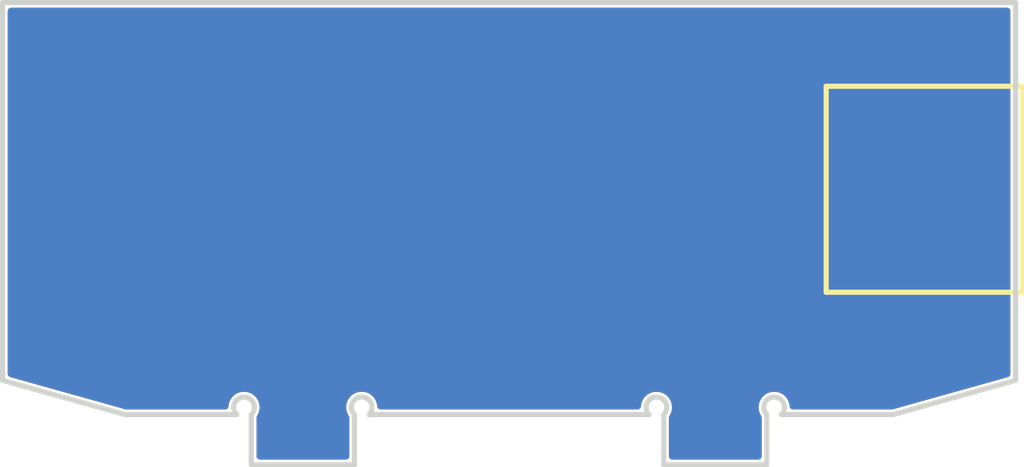
<source format=kicad_pcb>
(kicad_pcb (version 20211014) (generator pcbnew)

  (general
    (thickness 1.6)
  )

  (paper "A4")
  (layers
    (0 "F.Cu" signal)
    (31 "B.Cu" signal)
    (32 "B.Adhes" user "B.Adhesive")
    (33 "F.Adhes" user "F.Adhesive")
    (34 "B.Paste" user)
    (35 "F.Paste" user)
    (36 "B.SilkS" user "B.Silkscreen")
    (37 "F.SilkS" user "F.Silkscreen")
    (38 "B.Mask" user)
    (39 "F.Mask" user)
    (40 "Dwgs.User" user "User.Drawings")
    (41 "Cmts.User" user "User.Comments")
    (42 "Eco1.User" user "User.Eco1")
    (43 "Eco2.User" user "User.Eco2")
    (44 "Edge.Cuts" user)
    (45 "Margin" user)
    (46 "B.CrtYd" user "B.Courtyard")
    (47 "F.CrtYd" user "F.Courtyard")
    (48 "B.Fab" user)
    (49 "F.Fab" user)
    (50 "User.1" user)
    (51 "User.2" user)
    (52 "User.3" user)
    (53 "User.4" user)
    (54 "User.5" user)
    (55 "User.6" user)
    (56 "User.7" user)
    (57 "User.8" user)
    (58 "User.9" user)
  )

  (setup
    (pad_to_mask_clearance 0)
    (pcbplotparams
      (layerselection 0x00010fc_ffffffff)
      (disableapertmacros false)
      (usegerberextensions false)
      (usegerberattributes true)
      (usegerberadvancedattributes true)
      (creategerberjobfile true)
      (svguseinch false)
      (svgprecision 6)
      (excludeedgelayer true)
      (plotframeref false)
      (viasonmask false)
      (mode 1)
      (useauxorigin false)
      (hpglpennumber 1)
      (hpglpenspeed 20)
      (hpglpendiameter 15.000000)
      (dxfpolygonmode true)
      (dxfimperialunits true)
      (dxfusepcbnewfont true)
      (psnegative false)
      (psa4output false)
      (plotreference true)
      (plotvalue true)
      (plotinvisibletext false)
      (sketchpadsonfab false)
      (subtractmaskfromsilk false)
      (outputformat 1)
      (mirror false)
      (drillshape 1)
      (scaleselection 1)
      (outputdirectory "")
    )
  )

  (net 0 "")

  (gr_line (start 168.418 73.288) (end 168.418 65.288) (layer "F.SilkS") (width 0.2) (tstamp 0a0d974f-593e-4e92-92dc-3ea4670911e5))
  (gr_line (start 176.018 65.288) (end 176.018 73.288) (layer "F.SilkS") (width 0.2) (tstamp 0c2df1d4-9dfa-4b46-9065-4c124b9e3e31))
  (gr_line (start 176.018 73.288) (end 168.418 73.288) (layer "F.SilkS") (width 0.2) (tstamp c04ee8f4-6c3f-483f-bcb9-9061185bca48))
  (gr_line (start 168.418 65.288) (end 176.018 65.288) (layer "F.SilkS") (width 0.2) (tstamp d7a47e40-758c-48dd-bfba-194544dbbdd1))
  (gr_line (start 175.768 62.038) (end 136.468 62.038) (layer "Edge.Cuts") (width 0.2) (tstamp 1005b021-a5c7-43a9-90f2-c8d896b12e18))
  (gr_line (start 150.683685 78.038) (end 161.552315 78.038) (layer "Edge.Cuts") (width 0.2) (tstamp 1e307902-e669-4e8f-aec8-7ef8d4cd54a0))
  (gr_line (start 166.118 79.988) (end 166.118 78.038) (layer "Edge.Cuts") (width 0.2) (tstamp 2cfc43c4-b011-44ce-af77-cca193ca693c))
  (gr_line (start 150.118 79.988) (end 150.118 78.038) (layer "Edge.Cuts") (width 0.2) (tstamp 42e3f8dd-491d-45e9-980a-ce735007a200))
  (gr_arc (start 150.118 78.038) (mid 150.400842 77.355157) (end 150.683685 78.038) (layer "Edge.Cuts") (width 0.2) (tstamp 4674835d-5b50-4591-8cff-90dc26160ae7))
  (gr_line (start 171.018 78.038) (end 175.768 76.708) (layer "Edge.Cuts") (width 0.2) (tstamp 599bfd5f-67e9-4af1-ad3b-f3d8f181edec))
  (gr_line (start 141.218 78.038) (end 145.552315 78.038) (layer "Edge.Cuts") (width 0.2) (tstamp 5e8a191f-68f4-4e2d-af9b-a664ae5d9011))
  (gr_arc (start 161.552315 78.038) (mid 161.835158 77.355157) (end 162.118 78.038) (layer "Edge.Cuts") (width 0.2) (tstamp 6485c0c2-1f30-45c5-a92d-f2b2f3ae73b4))
  (gr_line (start 136.468 76.708) (end 141.218 78.038) (layer "Edge.Cuts") (width 0.2) (tstamp 7ab93b74-9d81-4d55-99ab-59497050edcc))
  (gr_line (start 166.683685 78.038) (end 171.018 78.038) (layer "Edge.Cuts") (width 0.2) (tstamp 808b07df-9498-467a-af89-7c5466790a28))
  (gr_arc (start 166.118 78.038) (mid 166.400842 77.355157) (end 166.683685 78.038) (layer "Edge.Cuts") (width 0.2) (tstamp 8f01e77a-289a-4e7c-be6f-4e1a9fcf2f42))
  (gr_line (start 175.768 76.708) (end 175.768 62.038) (layer "Edge.Cuts") (width 0.2) (tstamp ac62b065-4e17-4852-8c33-1b9324a7dba1))
  (gr_line (start 146.118 79.988) (end 150.118 79.988) (layer "Edge.Cuts") (width 0.2) (tstamp b0dddefc-8afa-4c2f-98c0-531c317ca71d))
  (gr_line (start 162.118 79.988) (end 166.118 79.988) (layer "Edge.Cuts") (width 0.2) (tstamp c6e75691-4531-48e1-a312-9691af5d6424))
  (gr_line (start 146.118 78.038) (end 146.118 79.988) (layer "Edge.Cuts") (width 0.2) (tstamp cf5a9b89-7a1b-49dc-a2d5-0a3c6b91876a))
  (gr_arc (start 145.552315 78.038) (mid 145.835157 77.355157) (end 146.118 78.038) (layer "Edge.Cuts") (width 0.2) (tstamp d9b0fef2-77fe-4c2a-bb7a-f22b6787cf68))
  (gr_line (start 136.468 62.038) (end 136.468 76.708) (layer "Edge.Cuts") (width 0.2) (tstamp db2d4753-1c2f-43d0-a4a1-051260d990e1))
  (gr_line (start 162.118 78.038) (end 162.118 79.988) (layer "Edge.Cuts") (width 0.2) (tstamp fba73666-0e74-426c-8735-fd292d56efc0))

  (zone (net 0) (net_name "") (layers F&B.Cu) (tstamp 735fd46b-5cb4-4e5d-8710-21dc81bfaa4d) (name "GND") (hatch edge 0.508)
    (connect_pads yes (clearance 0.2))
    (min_thickness 0.254) (filled_areas_thickness no)
    (fill yes (thermal_gap 0.508) (thermal_bridge_width 0.508))
    (polygon
      (pts
        (arc (start 146.118 78.038) (mid 145.835157 77.355157) (end 145.552315 78.038))
        (xy 141.218 78.038)
        (xy 136.468 76.708)
        (xy 136.468 62.038)
        (xy 175.768 62.038)
        (xy 175.768 76.708)
        (xy 171.018 78.038)
        (arc (start 166.683685 78.038) (mid 166.400843 77.355157) (end 166.118 78.038))
        (xy 166.118 79.988)
        (xy 162.118 79.988)
        (arc (start 162.118 78.038) (mid 161.835158 77.355157) (end 161.552315 78.038))
        (arc (start 150.683685 78.038) (mid 150.400842 77.355157) (end 150.118 78.038))
        (xy 150.118 79.988)
        (xy 146.118 79.988)
      )
    )
    (filled_polygon
      (layer "F.Cu")
      (island)
      (pts
        (xy 175.509621 62.258502)
        (xy 175.556114 62.312158)
        (xy 175.5675 62.3645)
        (xy 175.5675 76.460364)
        (xy 175.547498 76.528485)
        (xy 175.493842 76.574978)
        (xy 175.475478 76.581695)
        (xy 171.011877 77.831503)
        (xy 171.007127 77.832833)
        (xy 170.973154 77.8375)
        (xy 167.126341 77.8375)
        (xy 167.05822 77.817498)
        (xy 167.011727 77.763842)
        (xy 167.000771 77.721905)
        (xy 166.99388 77.638741)
        (xy 166.99388 77.638739)
        (xy 166.993234 77.630947)
        (xy 166.987447 77.614089)
        (xy 166.947155 77.496722)
        (xy 166.947154 77.49672)
        (xy 166.944615 77.489324)
        (xy 166.862718 77.36397)
        (xy 166.752554 77.262557)
        (xy 166.620865 77.19129)
        (xy 166.613282 77.18937)
        (xy 166.61328 77.189369)
        (xy 166.548288 77.172911)
        (xy 166.475711 77.154532)
        (xy 166.325976 77.154532)
        (xy 166.180822 77.19129)
        (xy 166.049133 77.262556)
        (xy 165.938969 77.363969)
        (xy 165.857071 77.489323)
        (xy 165.808452 77.630945)
        (xy 165.796087 77.78017)
        (xy 165.820733 77.927863)
        (xy 165.83908 77.969689)
        (xy 165.877738 78.057823)
        (xy 165.87774 78.057827)
        (xy 165.880881 78.064987)
        (xy 165.886549 78.072269)
        (xy 165.890933 78.077902)
        (xy 165.916988 78.143945)
        (xy 165.9175 78.155291)
        (xy 165.9175 79.6615)
        (xy 165.897498 79.729621)
        (xy 165.843842 79.776114)
        (xy 165.7915 79.7875)
        (xy 162.4445 79.7875)
        (xy 162.376379 79.767498)
        (xy 162.329886 79.713842)
        (xy 162.3185 79.6615)
        (xy 162.3185 78.155292)
        (xy 162.338502 78.087171)
        (xy 162.345061 78.077912)
        (xy 162.35512 78.064988)
        (xy 162.415268 77.927864)
        (xy 162.439914 77.780171)
        (xy 162.427549 77.630947)
        (xy 162.421762 77.614089)
        (xy 162.38147 77.496722)
        (xy 162.381469 77.49672)
        (xy 162.37893 77.489324)
        (xy 162.297033 77.36397)
        (xy 162.186869 77.262557)
        (xy 162.05518 77.19129)
        (xy 162.047597 77.18937)
        (xy 162.047595 77.189369)
        (xy 161.982603 77.172911)
        (xy 161.910026 77.154532)
        (xy 161.760291 77.154532)
        (xy 161.615137 77.19129)
        (xy 161.483448 77.262556)
        (xy 161.373284 77.363969)
        (xy 161.291386 77.489323)
        (xy 161.242767 77.630945)
        (xy 161.242121 77.638738)
        (xy 161.242121 77.638739)
        (xy 161.23523 77.721905)
        (xy 161.209671 77.788141)
        (xy 161.152359 77.830044)
        (xy 161.10966 77.8375)
        (xy 151.126341 77.8375)
        (xy 151.05822 77.817498)
        (xy 151.011727 77.763842)
        (xy 151.000771 77.721905)
        (xy 150.99388 77.638741)
        (xy 150.99388 77.638739)
        (xy 150.993234 77.630947)
        (xy 150.987447 77.614089)
        (xy 150.947155 77.496722)
        (xy 150.947154 77.49672)
        (xy 150.944615 77.489324)
        (xy 150.862718 77.36397)
        (xy 150.752554 77.262557)
        (xy 150.620865 77.19129)
        (xy 150.613282 77.18937)
        (xy 150.61328 77.189369)
        (xy 150.548288 77.172911)
        (xy 150.475711 77.154532)
        (xy 150.325976 77.154532)
        (xy 150.180822 77.19129)
        (xy 150.049133 77.262556)
        (xy 149.938969 77.363969)
        (xy 149.857071 77.489323)
        (xy 149.808452 77.630945)
        (xy 149.796087 77.78017)
        (xy 149.820733 77.927863)
        (xy 149.83908 77.969689)
        (xy 149.877738 78.057823)
        (xy 149.87774 78.057827)
        (xy 149.880881 78.064987)
        (xy 149.886549 78.072269)
        (xy 149.890933 78.077902)
        (xy 149.916988 78.143945)
        (xy 149.9175 78.155291)
        (xy 149.9175 79.6615)
        (xy 149.897498 79.729621)
        (xy 149.843842 79.776114)
        (xy 149.7915 79.7875)
        (xy 146.4445 79.7875)
        (xy 146.376379 79.767498)
        (xy 146.329886 79.713842)
        (xy 146.3185 79.6615)
        (xy 146.3185 78.155292)
        (xy 146.338502 78.087171)
        (xy 146.345061 78.077912)
        (xy 146.35512 78.064988)
        (xy 146.415268 77.927864)
        (xy 146.439914 77.780171)
        (xy 146.427549 77.630947)
        (xy 146.421762 77.614089)
        (xy 146.38147 77.496722)
        (xy 146.381469 77.49672)
        (xy 146.37893 77.489324)
        (xy 146.297033 77.36397)
        (xy 146.186869 77.262557)
        (xy 146.05518 77.19129)
        (xy 146.047597 77.18937)
        (xy 146.047595 77.189369)
        (xy 145.982603 77.172911)
        (xy 145.910026 77.154532)
        (xy 145.760291 77.154532)
        (xy 145.615137 77.19129)
        (xy 145.483448 77.262556)
        (xy 145.373284 77.363969)
        (xy 145.291386 77.489323)
        (xy 145.242767 77.630945)
        (xy 145.242121 77.638738)
        (xy 145.242121 77.638739)
        (xy 145.23523 77.721905)
        (xy 145.209671 77.788141)
        (xy 145.152359 77.830044)
        (xy 145.10966 77.8375)
        (xy 141.262846 77.8375)
        (xy 141.228873 77.832833)
        (xy 141.224123 77.831503)
        (xy 136.760526 76.581695)
        (xy 136.700322 76.544068)
        (xy 136.670018 76.479863)
        (xy 136.6685 76.460363)
        (xy 136.6685 62.3645)
        (xy 136.688502 62.296379)
        (xy 136.742158 62.249886)
        (xy 136.7945 62.2385)
        (xy 175.4415 62.2385)
      )
    )
    (filled_polygon
      (layer "B.Cu")
      (island)
      (pts
        (xy 175.509621 62.258502)
        (xy 175.556114 62.312158)
        (xy 175.5675 62.3645)
        (xy 175.5675 76.460364)
        (xy 175.547498 76.528485)
        (xy 175.493842 76.574978)
        (xy 175.475478 76.581695)
        (xy 171.011877 77.831503)
        (xy 171.007127 77.832833)
        (xy 170.973154 77.8375)
        (xy 167.126341 77.8375)
        (xy 167.05822 77.817498)
        (xy 167.011727 77.763842)
        (xy 167.000771 77.721905)
        (xy 166.99388 77.638741)
        (xy 166.99388 77.638739)
        (xy 166.993234 77.630947)
        (xy 166.987447 77.614089)
        (xy 166.947155 77.496722)
        (xy 166.947154 77.49672)
        (xy 166.944615 77.489324)
        (xy 166.862718 77.36397)
        (xy 166.752554 77.262557)
        (xy 166.620865 77.19129)
        (xy 166.613282 77.18937)
        (xy 166.61328 77.189369)
        (xy 166.548288 77.172911)
        (xy 166.475711 77.154532)
        (xy 166.325976 77.154532)
        (xy 166.180822 77.19129)
        (xy 166.049133 77.262556)
        (xy 165.938969 77.363969)
        (xy 165.857071 77.489323)
        (xy 165.808452 77.630945)
        (xy 165.796087 77.78017)
        (xy 165.820733 77.927863)
        (xy 165.83908 77.969689)
        (xy 165.877738 78.057823)
        (xy 165.87774 78.057827)
        (xy 165.880881 78.064987)
        (xy 165.886549 78.072269)
        (xy 165.890933 78.077902)
        (xy 165.916988 78.143945)
        (xy 165.9175 78.155291)
        (xy 165.9175 79.6615)
        (xy 165.897498 79.729621)
        (xy 165.843842 79.776114)
        (xy 165.7915 79.7875)
        (xy 162.4445 79.7875)
        (xy 162.376379 79.767498)
        (xy 162.329886 79.713842)
        (xy 162.3185 79.6615)
        (xy 162.3185 78.155292)
        (xy 162.338502 78.087171)
        (xy 162.345061 78.077912)
        (xy 162.35512 78.064988)
        (xy 162.415268 77.927864)
        (xy 162.439914 77.780171)
        (xy 162.427549 77.630947)
        (xy 162.421762 77.614089)
        (xy 162.38147 77.496722)
        (xy 162.381469 77.49672)
        (xy 162.37893 77.489324)
        (xy 162.297033 77.36397)
        (xy 162.186869 77.262557)
        (xy 162.05518 77.19129)
        (xy 162.047597 77.18937)
        (xy 162.047595 77.189369)
        (xy 161.982603 77.172911)
        (xy 161.910026 77.154532)
        (xy 161.760291 77.154532)
        (xy 161.615137 77.19129)
        (xy 161.483448 77.262556)
        (xy 161.373284 77.363969)
        (xy 161.291386 77.489323)
        (xy 161.242767 77.630945)
        (xy 161.242121 77.638738)
        (xy 161.242121 77.638739)
        (xy 161.23523 77.721905)
        (xy 161.209671 77.788141)
        (xy 161.152359 77.830044)
        (xy 161.10966 77.8375)
        (xy 151.126341 77.8375)
        (xy 151.05822 77.817498)
        (xy 151.011727 77.763842)
        (xy 151.000771 77.721905)
        (xy 150.99388 77.638741)
        (xy 150.99388 77.638739)
        (xy 150.993234 77.630947)
        (xy 150.987447 77.614089)
        (xy 150.947155 77.496722)
        (xy 150.947154 77.49672)
        (xy 150.944615 77.489324)
        (xy 150.862718 77.36397)
        (xy 150.752554 77.262557)
        (xy 150.620865 77.19129)
        (xy 150.613282 77.18937)
        (xy 150.61328 77.189369)
        (xy 150.548288 77.172911)
        (xy 150.475711 77.154532)
        (xy 150.325976 77.154532)
        (xy 150.180822 77.19129)
        (xy 150.049133 77.262556)
        (xy 149.938969 77.363969)
        (xy 149.857071 77.489323)
        (xy 149.808452 77.630945)
        (xy 149.796087 77.78017)
        (xy 149.820733 77.927863)
        (xy 149.83908 77.969689)
        (xy 149.877738 78.057823)
        (xy 149.87774 78.057827)
        (xy 149.880881 78.064987)
        (xy 149.886549 78.072269)
        (xy 149.890933 78.077902)
        (xy 149.916988 78.143945)
        (xy 149.9175 78.155291)
        (xy 149.9175 79.6615)
        (xy 149.897498 79.729621)
        (xy 149.843842 79.776114)
        (xy 149.7915 79.7875)
        (xy 146.4445 79.7875)
        (xy 146.376379 79.767498)
        (xy 146.329886 79.713842)
        (xy 146.3185 79.6615)
        (xy 146.3185 78.155292)
        (xy 146.338502 78.087171)
        (xy 146.345061 78.077912)
        (xy 146.35512 78.064988)
        (xy 146.415268 77.927864)
        (xy 146.439914 77.780171)
        (xy 146.427549 77.630947)
        (xy 146.421762 77.614089)
        (xy 146.38147 77.496722)
        (xy 146.381469 77.49672)
        (xy 146.37893 77.489324)
        (xy 146.297033 77.36397)
        (xy 146.186869 77.262557)
        (xy 146.05518 77.19129)
        (xy 146.047597 77.18937)
        (xy 146.047595 77.189369)
        (xy 145.982603 77.172911)
        (xy 145.910026 77.154532)
        (xy 145.760291 77.154532)
        (xy 145.615137 77.19129)
        (xy 145.483448 77.262556)
        (xy 145.373284 77.363969)
        (xy 145.291386 77.489323)
        (xy 145.242767 77.630945)
        (xy 145.242121 77.638738)
        (xy 145.242121 77.638739)
        (xy 145.23523 77.721905)
        (xy 145.209671 77.788141)
        (xy 145.152359 77.830044)
        (xy 145.10966 77.8375)
        (xy 141.262846 77.8375)
        (xy 141.228873 77.832833)
        (xy 141.224123 77.831503)
        (xy 136.760526 76.581695)
        (xy 136.700322 76.544068)
        (xy 136.670018 76.479863)
        (xy 136.6685 76.460363)
        (xy 136.6685 62.3645)
        (xy 136.688502 62.296379)
        (xy 136.742158 62.249886)
        (xy 136.7945 62.2385)
        (xy 175.4415 62.2385)
      )
    )
  )
  (group "" (id 3129ad33-4eca-4822-bdd4-291fbbe42d19)
    (members
      0a0d974f-593e-4e92-92dc-3ea4670911e5
      0c2df1d4-9dfa-4b46-9065-4c124b9e3e31
      1005b021-a5c7-43a9-90f2-c8d896b12e18
      1e307902-e669-4e8f-aec8-7ef8d4cd54a0
      2cfc43c4-b011-44ce-af77-cca193ca693c
      42e3f8dd-491d-45e9-980a-ce735007a200
      4674835d-5b50-4591-8cff-90dc26160ae7
      599bfd5f-67e9-4af1-ad3b-f3d8f181edec
      5e8a191f-68f4-4e2d-af9b-a664ae5d9011
      6485c0c2-1f30-45c5-a92d-f2b2f3ae73b4
      7ab93b74-9d81-4d55-99ab-59497050edcc
      808b07df-9498-467a-af89-7c5466790a28
      8f01e77a-289a-4e7c-be6f-4e1a9fcf2f42
      ac62b065-4e17-4852-8c33-1b9324a7dba1
      b0dddefc-8afa-4c2f-98c0-531c317ca71d
      c04ee8f4-6c3f-483f-bcb9-9061185bca48
      c6e75691-4531-48e1-a312-9691af5d6424
      cf5a9b89-7a1b-49dc-a2d5-0a3c6b91876a
      d7a47e40-758c-48dd-bfba-194544dbbdd1
      d9b0fef2-77fe-4c2a-bb7a-f22b6787cf68
      db2d4753-1c2f-43d0-a4a1-051260d990e1
      fba73666-0e74-426c-8735-fd292d56efc0
    )
  )
  (group "" (id ecb7f0c2-5e6f-499d-861a-44a6c5d7604f)
    (members
      3129ad33-4eca-4822-bdd4-291fbbe42d19
      735fd46b-5cb4-4e5d-8710-21dc81bfaa4d
    )
  )
)

</source>
